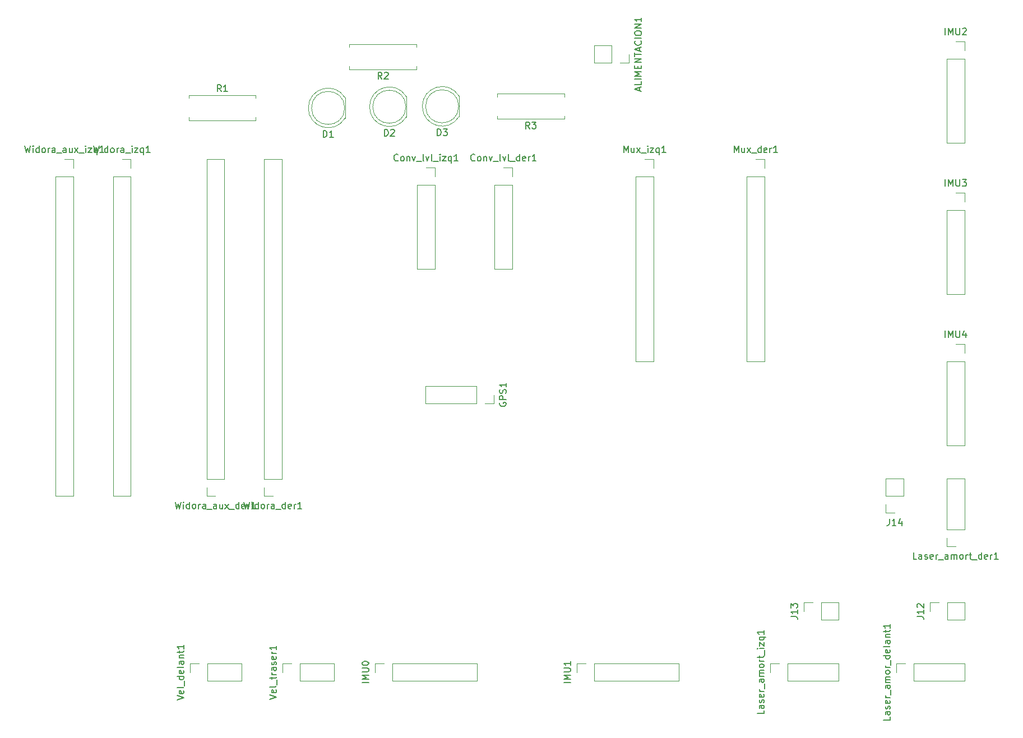
<source format=gbr>
%TF.GenerationSoftware,KiCad,Pcbnew,(5.1.9)-1*%
%TF.CreationDate,2021-08-06T10:22:58-05:00*%
%TF.ProjectId,prototipo_2,70726f74-6f74-4697-906f-5f322e6b6963,rev?*%
%TF.SameCoordinates,Original*%
%TF.FileFunction,Legend,Top*%
%TF.FilePolarity,Positive*%
%FSLAX46Y46*%
G04 Gerber Fmt 4.6, Leading zero omitted, Abs format (unit mm)*
G04 Created by KiCad (PCBNEW (5.1.9)-1) date 2021-08-06 10:22:58*
%MOMM*%
%LPD*%
G01*
G04 APERTURE LIST*
%ADD10C,0.120000*%
%ADD11C,0.150000*%
G04 APERTURE END LIST*
D10*
%TO.C,IMU0*%
X124400000Y-146050000D02*
X124400000Y-144720000D01*
X124400000Y-144720000D02*
X125730000Y-144720000D01*
X127000000Y-144720000D02*
X139760000Y-144720000D01*
X139760000Y-147380000D02*
X139760000Y-144720000D01*
X127000000Y-147380000D02*
X139760000Y-147380000D01*
X127000000Y-147380000D02*
X127000000Y-144720000D01*
%TO.C,Mux_izq1*%
X165100000Y-68520000D02*
X166430000Y-68520000D01*
X166430000Y-68520000D02*
X166430000Y-69850000D01*
X166430000Y-71120000D02*
X166430000Y-99120000D01*
X163770000Y-99120000D02*
X166430000Y-99120000D01*
X163770000Y-71120000D02*
X163770000Y-99120000D01*
X163770000Y-71120000D02*
X166430000Y-71120000D01*
%TO.C,ALIMENTACION1*%
X162721600Y-52666900D02*
X162721600Y-53996900D01*
X162721600Y-53996900D02*
X161391600Y-53996900D01*
X160121600Y-53996900D02*
X157521600Y-53996900D01*
X157521600Y-51336900D02*
X157521600Y-53996900D01*
X160121600Y-51336900D02*
X157521600Y-51336900D01*
X160121600Y-51336900D02*
X160121600Y-53996900D01*
%TO.C,Widora_izq1*%
X86160000Y-68520000D02*
X87490000Y-68520000D01*
X87490000Y-68520000D02*
X87490000Y-69850000D01*
X87490000Y-71120000D02*
X87490000Y-119440000D01*
X84830000Y-119440000D02*
X87490000Y-119440000D01*
X84830000Y-71120000D02*
X84830000Y-119440000D01*
X84830000Y-71120000D02*
X87490000Y-71120000D01*
%TO.C,Widora_der1*%
X108970000Y-119440000D02*
X107640000Y-119440000D01*
X107640000Y-119440000D02*
X107640000Y-118110000D01*
X107640000Y-116840000D02*
X107640000Y-68520000D01*
X110300000Y-68520000D02*
X107640000Y-68520000D01*
X110300000Y-116840000D02*
X110300000Y-68520000D01*
X110300000Y-116840000D02*
X107640000Y-116840000D01*
%TO.C,Widora_aux_izq1*%
X77470000Y-68520000D02*
X78800000Y-68520000D01*
X78800000Y-68520000D02*
X78800000Y-69850000D01*
X78800000Y-71120000D02*
X78800000Y-119440000D01*
X76140000Y-119440000D02*
X78800000Y-119440000D01*
X76140000Y-71120000D02*
X76140000Y-119440000D01*
X76140000Y-71120000D02*
X78800000Y-71120000D01*
%TO.C,Widora_aux_der1*%
X100280000Y-119440000D02*
X98950000Y-119440000D01*
X98950000Y-119440000D02*
X98950000Y-118110000D01*
X98950000Y-116840000D02*
X98950000Y-68520000D01*
X101610000Y-68520000D02*
X98950000Y-68520000D01*
X101610000Y-116840000D02*
X101610000Y-68520000D01*
X101610000Y-116840000D02*
X98950000Y-116840000D01*
%TO.C,Vel_traser1*%
X110430000Y-146050000D02*
X110430000Y-144720000D01*
X110430000Y-144720000D02*
X111760000Y-144720000D01*
X113030000Y-144720000D02*
X118170000Y-144720000D01*
X118170000Y-147380000D02*
X118170000Y-144720000D01*
X113030000Y-147380000D02*
X118170000Y-147380000D01*
X113030000Y-147380000D02*
X113030000Y-144720000D01*
%TO.C,Vel_delant1*%
X96460000Y-146050000D02*
X96460000Y-144720000D01*
X96460000Y-144720000D02*
X97790000Y-144720000D01*
X99060000Y-144720000D02*
X104200000Y-144720000D01*
X104200000Y-147380000D02*
X104200000Y-144720000D01*
X99060000Y-147380000D02*
X104200000Y-147380000D01*
X99060000Y-147380000D02*
X99060000Y-144720000D01*
%TO.C,R3*%
X142846900Y-58633600D02*
X142846900Y-59113600D01*
X152986900Y-58633600D02*
X142846900Y-58633600D01*
X152986900Y-59113600D02*
X152986900Y-58633600D01*
X142846900Y-62473600D02*
X142846900Y-61993600D01*
X152986900Y-62473600D02*
X142846900Y-62473600D01*
X152986900Y-61993600D02*
X152986900Y-62473600D01*
%TO.C,R2*%
X120520300Y-51140600D02*
X120520300Y-51620600D01*
X130660300Y-51140600D02*
X120520300Y-51140600D01*
X130660300Y-51620600D02*
X130660300Y-51140600D01*
X120520300Y-54980600D02*
X120520300Y-54500600D01*
X130660300Y-54980600D02*
X120520300Y-54980600D01*
X130660300Y-54500600D02*
X130660300Y-54980600D01*
%TO.C,R1*%
X106377900Y-62702200D02*
X106377900Y-62222200D01*
X96237900Y-62702200D02*
X106377900Y-62702200D01*
X96237900Y-62222200D02*
X96237900Y-62702200D01*
X106377900Y-58862200D02*
X106377900Y-59342200D01*
X96237900Y-58862200D02*
X106377900Y-58862200D01*
X96237900Y-59342200D02*
X96237900Y-58862200D01*
%TO.C,Mux_der1*%
X181880000Y-68520000D02*
X183210000Y-68520000D01*
X183210000Y-68520000D02*
X183210000Y-69850000D01*
X183210000Y-71120000D02*
X183210000Y-99120000D01*
X180550000Y-99120000D02*
X183210000Y-99120000D01*
X180550000Y-71120000D02*
X180550000Y-99120000D01*
X180550000Y-71120000D02*
X183210000Y-71120000D01*
%TO.C,Laser_amort_izq1*%
X184090000Y-146050000D02*
X184090000Y-144720000D01*
X184090000Y-144720000D02*
X185420000Y-144720000D01*
X186690000Y-144720000D02*
X194370000Y-144720000D01*
X194370000Y-147380000D02*
X194370000Y-144720000D01*
X186690000Y-147380000D02*
X194370000Y-147380000D01*
X186690000Y-147380000D02*
X186690000Y-144720000D01*
%TO.C,Laser_amort_der1*%
X212090000Y-127060000D02*
X210760000Y-127060000D01*
X210760000Y-127060000D02*
X210760000Y-125730000D01*
X210760000Y-124460000D02*
X210760000Y-116780000D01*
X213420000Y-116780000D02*
X210760000Y-116780000D01*
X213420000Y-124460000D02*
X213420000Y-116780000D01*
X213420000Y-124460000D02*
X210760000Y-124460000D01*
%TO.C,Laser_amor_delant1*%
X203140000Y-146050000D02*
X203140000Y-144720000D01*
X203140000Y-144720000D02*
X204470000Y-144720000D01*
X205740000Y-144720000D02*
X213420000Y-144720000D01*
X213420000Y-147380000D02*
X213420000Y-144720000D01*
X205740000Y-147380000D02*
X213420000Y-147380000D01*
X205740000Y-147380000D02*
X205740000Y-144720000D01*
%TO.C,J14*%
X202880000Y-121980000D02*
X201550000Y-121980000D01*
X201550000Y-121980000D02*
X201550000Y-120650000D01*
X201550000Y-119380000D02*
X201550000Y-116780000D01*
X204210000Y-116780000D02*
X201550000Y-116780000D01*
X204210000Y-119380000D02*
X204210000Y-116780000D01*
X204210000Y-119380000D02*
X201550000Y-119380000D01*
%TO.C,J13*%
X189170000Y-136840000D02*
X189170000Y-135510000D01*
X189170000Y-135510000D02*
X190500000Y-135510000D01*
X191770000Y-135510000D02*
X194370000Y-135510000D01*
X194370000Y-138170000D02*
X194370000Y-135510000D01*
X191770000Y-138170000D02*
X194370000Y-138170000D01*
X191770000Y-138170000D02*
X191770000Y-135510000D01*
%TO.C,J12*%
X208220000Y-136840000D02*
X208220000Y-135510000D01*
X208220000Y-135510000D02*
X209550000Y-135510000D01*
X210820000Y-135510000D02*
X213420000Y-135510000D01*
X213420000Y-138170000D02*
X213420000Y-135510000D01*
X210820000Y-138170000D02*
X213420000Y-138170000D01*
X210820000Y-138170000D02*
X210820000Y-135510000D01*
%TO.C,IMU4*%
X212090000Y-96460000D02*
X213420000Y-96460000D01*
X213420000Y-96460000D02*
X213420000Y-97790000D01*
X213420000Y-99060000D02*
X213420000Y-111820000D01*
X210760000Y-111820000D02*
X213420000Y-111820000D01*
X210760000Y-99060000D02*
X210760000Y-111820000D01*
X210760000Y-99060000D02*
X213420000Y-99060000D01*
%TO.C,IMU3*%
X212090000Y-73600000D02*
X213420000Y-73600000D01*
X213420000Y-73600000D02*
X213420000Y-74930000D01*
X213420000Y-76200000D02*
X213420000Y-88960000D01*
X210760000Y-88960000D02*
X213420000Y-88960000D01*
X210760000Y-76200000D02*
X210760000Y-88960000D01*
X210760000Y-76200000D02*
X213420000Y-76200000D01*
%TO.C,IMU2*%
X212090000Y-50740000D02*
X213420000Y-50740000D01*
X213420000Y-50740000D02*
X213420000Y-52070000D01*
X213420000Y-53340000D02*
X213420000Y-66100000D01*
X210760000Y-66100000D02*
X213420000Y-66100000D01*
X210760000Y-53340000D02*
X210760000Y-66100000D01*
X210760000Y-53340000D02*
X213420000Y-53340000D01*
%TO.C,IMU1*%
X154880000Y-146050000D02*
X154880000Y-144720000D01*
X154880000Y-144720000D02*
X156210000Y-144720000D01*
X157480000Y-144720000D02*
X170240000Y-144720000D01*
X170240000Y-147380000D02*
X170240000Y-144720000D01*
X157480000Y-147380000D02*
X170240000Y-147380000D01*
X157480000Y-147380000D02*
X157480000Y-144720000D01*
%TO.C,GPS1*%
X139700000Y-102810000D02*
X139700000Y-105470000D01*
X139700000Y-102810000D02*
X132020000Y-102810000D01*
X132020000Y-102810000D02*
X132020000Y-105470000D01*
X139700000Y-105470000D02*
X132020000Y-105470000D01*
X142300000Y-105470000D02*
X140970000Y-105470000D01*
X142300000Y-104140000D02*
X142300000Y-105470000D01*
%TO.C,D3*%
X137078400Y-62098600D02*
X137078400Y-59008600D01*
X137018400Y-60553600D02*
G75*
G03*
X137018400Y-60553600I-2500000J0D01*
G01*
X131528400Y-60554062D02*
G75*
G02*
X137078400Y-59008770I2990000J462D01*
G01*
X131528400Y-60553138D02*
G75*
G03*
X137078400Y-62098430I2990000J-462D01*
G01*
%TO.C,D2*%
X129102800Y-62162100D02*
X129102800Y-59072100D01*
X129042800Y-60617100D02*
G75*
G03*
X129042800Y-60617100I-2500000J0D01*
G01*
X123552800Y-60617562D02*
G75*
G02*
X129102800Y-59072270I2990000J462D01*
G01*
X123552800Y-60616638D02*
G75*
G03*
X129102800Y-62161930I2990000J-462D01*
G01*
%TO.C,D1*%
X119857200Y-62339900D02*
X119857200Y-59249900D01*
X119797200Y-60794900D02*
G75*
G03*
X119797200Y-60794900I-2500000J0D01*
G01*
X114307200Y-60795362D02*
G75*
G02*
X119857200Y-59250070I2990000J462D01*
G01*
X114307200Y-60794438D02*
G75*
G03*
X119857200Y-62339730I2990000J-462D01*
G01*
%TO.C,Conv_lvl_izq1*%
X132080000Y-69790000D02*
X133410000Y-69790000D01*
X133410000Y-69790000D02*
X133410000Y-71120000D01*
X133410000Y-72390000D02*
X133410000Y-85150000D01*
X130750000Y-85150000D02*
X133410000Y-85150000D01*
X130750000Y-72390000D02*
X130750000Y-85150000D01*
X130750000Y-72390000D02*
X133410000Y-72390000D01*
%TO.C,Conv_lvl_der1*%
X143780000Y-69790000D02*
X145110000Y-69790000D01*
X145110000Y-69790000D02*
X145110000Y-71120000D01*
X145110000Y-72390000D02*
X145110000Y-85150000D01*
X142450000Y-85150000D02*
X145110000Y-85150000D01*
X142450000Y-72390000D02*
X142450000Y-85150000D01*
X142450000Y-72390000D02*
X145110000Y-72390000D01*
%TO.C,IMU0*%
D11*
X123412380Y-147621428D02*
X122412380Y-147621428D01*
X123412380Y-147145238D02*
X122412380Y-147145238D01*
X123126666Y-146811904D01*
X122412380Y-146478571D01*
X123412380Y-146478571D01*
X122412380Y-146002380D02*
X123221904Y-146002380D01*
X123317142Y-145954761D01*
X123364761Y-145907142D01*
X123412380Y-145811904D01*
X123412380Y-145621428D01*
X123364761Y-145526190D01*
X123317142Y-145478571D01*
X123221904Y-145430952D01*
X122412380Y-145430952D01*
X122412380Y-144764285D02*
X122412380Y-144669047D01*
X122460000Y-144573809D01*
X122507619Y-144526190D01*
X122602857Y-144478571D01*
X122793333Y-144430952D01*
X123031428Y-144430952D01*
X123221904Y-144478571D01*
X123317142Y-144526190D01*
X123364761Y-144573809D01*
X123412380Y-144669047D01*
X123412380Y-144764285D01*
X123364761Y-144859523D01*
X123317142Y-144907142D01*
X123221904Y-144954761D01*
X123031428Y-145002380D01*
X122793333Y-145002380D01*
X122602857Y-144954761D01*
X122507619Y-144907142D01*
X122460000Y-144859523D01*
X122412380Y-144764285D01*
%TO.C,Mux_izq1*%
X161957142Y-67532380D02*
X161957142Y-66532380D01*
X162290476Y-67246666D01*
X162623809Y-66532380D01*
X162623809Y-67532380D01*
X163528571Y-66865714D02*
X163528571Y-67532380D01*
X163100000Y-66865714D02*
X163100000Y-67389523D01*
X163147619Y-67484761D01*
X163242857Y-67532380D01*
X163385714Y-67532380D01*
X163480952Y-67484761D01*
X163528571Y-67437142D01*
X163909523Y-67532380D02*
X164433333Y-66865714D01*
X163909523Y-66865714D02*
X164433333Y-67532380D01*
X164576190Y-67627619D02*
X165338095Y-67627619D01*
X165576190Y-67532380D02*
X165576190Y-66865714D01*
X165576190Y-66532380D02*
X165528571Y-66580000D01*
X165576190Y-66627619D01*
X165623809Y-66580000D01*
X165576190Y-66532380D01*
X165576190Y-66627619D01*
X165957142Y-66865714D02*
X166480952Y-66865714D01*
X165957142Y-67532380D01*
X166480952Y-67532380D01*
X167290476Y-66865714D02*
X167290476Y-67865714D01*
X167290476Y-67484761D02*
X167195238Y-67532380D01*
X167004761Y-67532380D01*
X166909523Y-67484761D01*
X166861904Y-67437142D01*
X166814285Y-67341904D01*
X166814285Y-67056190D01*
X166861904Y-66960952D01*
X166909523Y-66913333D01*
X167004761Y-66865714D01*
X167195238Y-66865714D01*
X167290476Y-66913333D01*
X168290476Y-67532380D02*
X167719047Y-67532380D01*
X168004761Y-67532380D02*
X168004761Y-66532380D01*
X167909523Y-66675238D01*
X167814285Y-66770476D01*
X167719047Y-66818095D01*
%TO.C,ALIMENTACION1*%
X164328266Y-58166900D02*
X164328266Y-57690709D01*
X164613980Y-58262138D02*
X163613980Y-57928804D01*
X164613980Y-57595471D01*
X164613980Y-56785947D02*
X164613980Y-57262138D01*
X163613980Y-57262138D01*
X164613980Y-56452614D02*
X163613980Y-56452614D01*
X164613980Y-55976423D02*
X163613980Y-55976423D01*
X164328266Y-55643090D01*
X163613980Y-55309757D01*
X164613980Y-55309757D01*
X164090171Y-54833566D02*
X164090171Y-54500233D01*
X164613980Y-54357376D02*
X164613980Y-54833566D01*
X163613980Y-54833566D01*
X163613980Y-54357376D01*
X164613980Y-53928804D02*
X163613980Y-53928804D01*
X164613980Y-53357376D01*
X163613980Y-53357376D01*
X163613980Y-53024042D02*
X163613980Y-52452614D01*
X164613980Y-52738328D02*
X163613980Y-52738328D01*
X164328266Y-52166900D02*
X164328266Y-51690709D01*
X164613980Y-52262138D02*
X163613980Y-51928804D01*
X164613980Y-51595471D01*
X164518742Y-50690709D02*
X164566361Y-50738328D01*
X164613980Y-50881185D01*
X164613980Y-50976423D01*
X164566361Y-51119280D01*
X164471123Y-51214519D01*
X164375885Y-51262138D01*
X164185409Y-51309757D01*
X164042552Y-51309757D01*
X163852076Y-51262138D01*
X163756838Y-51214519D01*
X163661600Y-51119280D01*
X163613980Y-50976423D01*
X163613980Y-50881185D01*
X163661600Y-50738328D01*
X163709219Y-50690709D01*
X164613980Y-50262138D02*
X163613980Y-50262138D01*
X163613980Y-49595471D02*
X163613980Y-49404995D01*
X163661600Y-49309757D01*
X163756838Y-49214519D01*
X163947314Y-49166900D01*
X164280647Y-49166900D01*
X164471123Y-49214519D01*
X164566361Y-49309757D01*
X164613980Y-49404995D01*
X164613980Y-49595471D01*
X164566361Y-49690709D01*
X164471123Y-49785947D01*
X164280647Y-49833566D01*
X163947314Y-49833566D01*
X163756838Y-49785947D01*
X163661600Y-49690709D01*
X163613980Y-49595471D01*
X164613980Y-48738328D02*
X163613980Y-48738328D01*
X164613980Y-48166900D01*
X163613980Y-48166900D01*
X164613980Y-47166900D02*
X164613980Y-47738328D01*
X164613980Y-47452614D02*
X163613980Y-47452614D01*
X163756838Y-47547852D01*
X163852076Y-47643090D01*
X163899695Y-47738328D01*
%TO.C,Widora_izq1*%
X81874285Y-66532380D02*
X82112380Y-67532380D01*
X82302857Y-66818095D01*
X82493333Y-67532380D01*
X82731428Y-66532380D01*
X83112380Y-67532380D02*
X83112380Y-66865714D01*
X83112380Y-66532380D02*
X83064761Y-66580000D01*
X83112380Y-66627619D01*
X83160000Y-66580000D01*
X83112380Y-66532380D01*
X83112380Y-66627619D01*
X84017142Y-67532380D02*
X84017142Y-66532380D01*
X84017142Y-67484761D02*
X83921904Y-67532380D01*
X83731428Y-67532380D01*
X83636190Y-67484761D01*
X83588571Y-67437142D01*
X83540952Y-67341904D01*
X83540952Y-67056190D01*
X83588571Y-66960952D01*
X83636190Y-66913333D01*
X83731428Y-66865714D01*
X83921904Y-66865714D01*
X84017142Y-66913333D01*
X84636190Y-67532380D02*
X84540952Y-67484761D01*
X84493333Y-67437142D01*
X84445714Y-67341904D01*
X84445714Y-67056190D01*
X84493333Y-66960952D01*
X84540952Y-66913333D01*
X84636190Y-66865714D01*
X84779047Y-66865714D01*
X84874285Y-66913333D01*
X84921904Y-66960952D01*
X84969523Y-67056190D01*
X84969523Y-67341904D01*
X84921904Y-67437142D01*
X84874285Y-67484761D01*
X84779047Y-67532380D01*
X84636190Y-67532380D01*
X85398095Y-67532380D02*
X85398095Y-66865714D01*
X85398095Y-67056190D02*
X85445714Y-66960952D01*
X85493333Y-66913333D01*
X85588571Y-66865714D01*
X85683809Y-66865714D01*
X86445714Y-67532380D02*
X86445714Y-67008571D01*
X86398095Y-66913333D01*
X86302857Y-66865714D01*
X86112380Y-66865714D01*
X86017142Y-66913333D01*
X86445714Y-67484761D02*
X86350476Y-67532380D01*
X86112380Y-67532380D01*
X86017142Y-67484761D01*
X85969523Y-67389523D01*
X85969523Y-67294285D01*
X86017142Y-67199047D01*
X86112380Y-67151428D01*
X86350476Y-67151428D01*
X86445714Y-67103809D01*
X86683809Y-67627619D02*
X87445714Y-67627619D01*
X87683809Y-67532380D02*
X87683809Y-66865714D01*
X87683809Y-66532380D02*
X87636190Y-66580000D01*
X87683809Y-66627619D01*
X87731428Y-66580000D01*
X87683809Y-66532380D01*
X87683809Y-66627619D01*
X88064761Y-66865714D02*
X88588571Y-66865714D01*
X88064761Y-67532380D01*
X88588571Y-67532380D01*
X89398095Y-66865714D02*
X89398095Y-67865714D01*
X89398095Y-67484761D02*
X89302857Y-67532380D01*
X89112380Y-67532380D01*
X89017142Y-67484761D01*
X88969523Y-67437142D01*
X88921904Y-67341904D01*
X88921904Y-67056190D01*
X88969523Y-66960952D01*
X89017142Y-66913333D01*
X89112380Y-66865714D01*
X89302857Y-66865714D01*
X89398095Y-66913333D01*
X90398095Y-67532380D02*
X89826666Y-67532380D01*
X90112380Y-67532380D02*
X90112380Y-66532380D01*
X90017142Y-66675238D01*
X89921904Y-66770476D01*
X89826666Y-66818095D01*
%TO.C,Widora_der1*%
X104589047Y-120332380D02*
X104827142Y-121332380D01*
X105017619Y-120618095D01*
X105208095Y-121332380D01*
X105446190Y-120332380D01*
X105827142Y-121332380D02*
X105827142Y-120665714D01*
X105827142Y-120332380D02*
X105779523Y-120380000D01*
X105827142Y-120427619D01*
X105874761Y-120380000D01*
X105827142Y-120332380D01*
X105827142Y-120427619D01*
X106731904Y-121332380D02*
X106731904Y-120332380D01*
X106731904Y-121284761D02*
X106636666Y-121332380D01*
X106446190Y-121332380D01*
X106350952Y-121284761D01*
X106303333Y-121237142D01*
X106255714Y-121141904D01*
X106255714Y-120856190D01*
X106303333Y-120760952D01*
X106350952Y-120713333D01*
X106446190Y-120665714D01*
X106636666Y-120665714D01*
X106731904Y-120713333D01*
X107350952Y-121332380D02*
X107255714Y-121284761D01*
X107208095Y-121237142D01*
X107160476Y-121141904D01*
X107160476Y-120856190D01*
X107208095Y-120760952D01*
X107255714Y-120713333D01*
X107350952Y-120665714D01*
X107493809Y-120665714D01*
X107589047Y-120713333D01*
X107636666Y-120760952D01*
X107684285Y-120856190D01*
X107684285Y-121141904D01*
X107636666Y-121237142D01*
X107589047Y-121284761D01*
X107493809Y-121332380D01*
X107350952Y-121332380D01*
X108112857Y-121332380D02*
X108112857Y-120665714D01*
X108112857Y-120856190D02*
X108160476Y-120760952D01*
X108208095Y-120713333D01*
X108303333Y-120665714D01*
X108398571Y-120665714D01*
X109160476Y-121332380D02*
X109160476Y-120808571D01*
X109112857Y-120713333D01*
X109017619Y-120665714D01*
X108827142Y-120665714D01*
X108731904Y-120713333D01*
X109160476Y-121284761D02*
X109065238Y-121332380D01*
X108827142Y-121332380D01*
X108731904Y-121284761D01*
X108684285Y-121189523D01*
X108684285Y-121094285D01*
X108731904Y-120999047D01*
X108827142Y-120951428D01*
X109065238Y-120951428D01*
X109160476Y-120903809D01*
X109398571Y-121427619D02*
X110160476Y-121427619D01*
X110827142Y-121332380D02*
X110827142Y-120332380D01*
X110827142Y-121284761D02*
X110731904Y-121332380D01*
X110541428Y-121332380D01*
X110446190Y-121284761D01*
X110398571Y-121237142D01*
X110350952Y-121141904D01*
X110350952Y-120856190D01*
X110398571Y-120760952D01*
X110446190Y-120713333D01*
X110541428Y-120665714D01*
X110731904Y-120665714D01*
X110827142Y-120713333D01*
X111684285Y-121284761D02*
X111589047Y-121332380D01*
X111398571Y-121332380D01*
X111303333Y-121284761D01*
X111255714Y-121189523D01*
X111255714Y-120808571D01*
X111303333Y-120713333D01*
X111398571Y-120665714D01*
X111589047Y-120665714D01*
X111684285Y-120713333D01*
X111731904Y-120808571D01*
X111731904Y-120903809D01*
X111255714Y-120999047D01*
X112160476Y-121332380D02*
X112160476Y-120665714D01*
X112160476Y-120856190D02*
X112208095Y-120760952D01*
X112255714Y-120713333D01*
X112350952Y-120665714D01*
X112446190Y-120665714D01*
X113303333Y-121332380D02*
X112731904Y-121332380D01*
X113017619Y-121332380D02*
X113017619Y-120332380D01*
X112922380Y-120475238D01*
X112827142Y-120570476D01*
X112731904Y-120618095D01*
%TO.C,Widora_aux_izq1*%
X71493809Y-66532380D02*
X71731904Y-67532380D01*
X71922380Y-66818095D01*
X72112857Y-67532380D01*
X72350952Y-66532380D01*
X72731904Y-67532380D02*
X72731904Y-66865714D01*
X72731904Y-66532380D02*
X72684285Y-66580000D01*
X72731904Y-66627619D01*
X72779523Y-66580000D01*
X72731904Y-66532380D01*
X72731904Y-66627619D01*
X73636666Y-67532380D02*
X73636666Y-66532380D01*
X73636666Y-67484761D02*
X73541428Y-67532380D01*
X73350952Y-67532380D01*
X73255714Y-67484761D01*
X73208095Y-67437142D01*
X73160476Y-67341904D01*
X73160476Y-67056190D01*
X73208095Y-66960952D01*
X73255714Y-66913333D01*
X73350952Y-66865714D01*
X73541428Y-66865714D01*
X73636666Y-66913333D01*
X74255714Y-67532380D02*
X74160476Y-67484761D01*
X74112857Y-67437142D01*
X74065238Y-67341904D01*
X74065238Y-67056190D01*
X74112857Y-66960952D01*
X74160476Y-66913333D01*
X74255714Y-66865714D01*
X74398571Y-66865714D01*
X74493809Y-66913333D01*
X74541428Y-66960952D01*
X74589047Y-67056190D01*
X74589047Y-67341904D01*
X74541428Y-67437142D01*
X74493809Y-67484761D01*
X74398571Y-67532380D01*
X74255714Y-67532380D01*
X75017619Y-67532380D02*
X75017619Y-66865714D01*
X75017619Y-67056190D02*
X75065238Y-66960952D01*
X75112857Y-66913333D01*
X75208095Y-66865714D01*
X75303333Y-66865714D01*
X76065238Y-67532380D02*
X76065238Y-67008571D01*
X76017619Y-66913333D01*
X75922380Y-66865714D01*
X75731904Y-66865714D01*
X75636666Y-66913333D01*
X76065238Y-67484761D02*
X75970000Y-67532380D01*
X75731904Y-67532380D01*
X75636666Y-67484761D01*
X75589047Y-67389523D01*
X75589047Y-67294285D01*
X75636666Y-67199047D01*
X75731904Y-67151428D01*
X75970000Y-67151428D01*
X76065238Y-67103809D01*
X76303333Y-67627619D02*
X77065238Y-67627619D01*
X77731904Y-67532380D02*
X77731904Y-67008571D01*
X77684285Y-66913333D01*
X77589047Y-66865714D01*
X77398571Y-66865714D01*
X77303333Y-66913333D01*
X77731904Y-67484761D02*
X77636666Y-67532380D01*
X77398571Y-67532380D01*
X77303333Y-67484761D01*
X77255714Y-67389523D01*
X77255714Y-67294285D01*
X77303333Y-67199047D01*
X77398571Y-67151428D01*
X77636666Y-67151428D01*
X77731904Y-67103809D01*
X78636666Y-66865714D02*
X78636666Y-67532380D01*
X78208095Y-66865714D02*
X78208095Y-67389523D01*
X78255714Y-67484761D01*
X78350952Y-67532380D01*
X78493809Y-67532380D01*
X78589047Y-67484761D01*
X78636666Y-67437142D01*
X79017619Y-67532380D02*
X79541428Y-66865714D01*
X79017619Y-66865714D02*
X79541428Y-67532380D01*
X79684285Y-67627619D02*
X80446190Y-67627619D01*
X80684285Y-67532380D02*
X80684285Y-66865714D01*
X80684285Y-66532380D02*
X80636666Y-66580000D01*
X80684285Y-66627619D01*
X80731904Y-66580000D01*
X80684285Y-66532380D01*
X80684285Y-66627619D01*
X81065238Y-66865714D02*
X81589047Y-66865714D01*
X81065238Y-67532380D01*
X81589047Y-67532380D01*
X82398571Y-66865714D02*
X82398571Y-67865714D01*
X82398571Y-67484761D02*
X82303333Y-67532380D01*
X82112857Y-67532380D01*
X82017619Y-67484761D01*
X81970000Y-67437142D01*
X81922380Y-67341904D01*
X81922380Y-67056190D01*
X81970000Y-66960952D01*
X82017619Y-66913333D01*
X82112857Y-66865714D01*
X82303333Y-66865714D01*
X82398571Y-66913333D01*
X83398571Y-67532380D02*
X82827142Y-67532380D01*
X83112857Y-67532380D02*
X83112857Y-66532380D01*
X83017619Y-66675238D01*
X82922380Y-66770476D01*
X82827142Y-66818095D01*
%TO.C,Widora_aux_der1*%
X94208571Y-120332380D02*
X94446666Y-121332380D01*
X94637142Y-120618095D01*
X94827619Y-121332380D01*
X95065714Y-120332380D01*
X95446666Y-121332380D02*
X95446666Y-120665714D01*
X95446666Y-120332380D02*
X95399047Y-120380000D01*
X95446666Y-120427619D01*
X95494285Y-120380000D01*
X95446666Y-120332380D01*
X95446666Y-120427619D01*
X96351428Y-121332380D02*
X96351428Y-120332380D01*
X96351428Y-121284761D02*
X96256190Y-121332380D01*
X96065714Y-121332380D01*
X95970476Y-121284761D01*
X95922857Y-121237142D01*
X95875238Y-121141904D01*
X95875238Y-120856190D01*
X95922857Y-120760952D01*
X95970476Y-120713333D01*
X96065714Y-120665714D01*
X96256190Y-120665714D01*
X96351428Y-120713333D01*
X96970476Y-121332380D02*
X96875238Y-121284761D01*
X96827619Y-121237142D01*
X96780000Y-121141904D01*
X96780000Y-120856190D01*
X96827619Y-120760952D01*
X96875238Y-120713333D01*
X96970476Y-120665714D01*
X97113333Y-120665714D01*
X97208571Y-120713333D01*
X97256190Y-120760952D01*
X97303809Y-120856190D01*
X97303809Y-121141904D01*
X97256190Y-121237142D01*
X97208571Y-121284761D01*
X97113333Y-121332380D01*
X96970476Y-121332380D01*
X97732380Y-121332380D02*
X97732380Y-120665714D01*
X97732380Y-120856190D02*
X97780000Y-120760952D01*
X97827619Y-120713333D01*
X97922857Y-120665714D01*
X98018095Y-120665714D01*
X98780000Y-121332380D02*
X98780000Y-120808571D01*
X98732380Y-120713333D01*
X98637142Y-120665714D01*
X98446666Y-120665714D01*
X98351428Y-120713333D01*
X98780000Y-121284761D02*
X98684761Y-121332380D01*
X98446666Y-121332380D01*
X98351428Y-121284761D01*
X98303809Y-121189523D01*
X98303809Y-121094285D01*
X98351428Y-120999047D01*
X98446666Y-120951428D01*
X98684761Y-120951428D01*
X98780000Y-120903809D01*
X99018095Y-121427619D02*
X99780000Y-121427619D01*
X100446666Y-121332380D02*
X100446666Y-120808571D01*
X100399047Y-120713333D01*
X100303809Y-120665714D01*
X100113333Y-120665714D01*
X100018095Y-120713333D01*
X100446666Y-121284761D02*
X100351428Y-121332380D01*
X100113333Y-121332380D01*
X100018095Y-121284761D01*
X99970476Y-121189523D01*
X99970476Y-121094285D01*
X100018095Y-120999047D01*
X100113333Y-120951428D01*
X100351428Y-120951428D01*
X100446666Y-120903809D01*
X101351428Y-120665714D02*
X101351428Y-121332380D01*
X100922857Y-120665714D02*
X100922857Y-121189523D01*
X100970476Y-121284761D01*
X101065714Y-121332380D01*
X101208571Y-121332380D01*
X101303809Y-121284761D01*
X101351428Y-121237142D01*
X101732380Y-121332380D02*
X102256190Y-120665714D01*
X101732380Y-120665714D02*
X102256190Y-121332380D01*
X102399047Y-121427619D02*
X103160952Y-121427619D01*
X103827619Y-121332380D02*
X103827619Y-120332380D01*
X103827619Y-121284761D02*
X103732380Y-121332380D01*
X103541904Y-121332380D01*
X103446666Y-121284761D01*
X103399047Y-121237142D01*
X103351428Y-121141904D01*
X103351428Y-120856190D01*
X103399047Y-120760952D01*
X103446666Y-120713333D01*
X103541904Y-120665714D01*
X103732380Y-120665714D01*
X103827619Y-120713333D01*
X104684761Y-121284761D02*
X104589523Y-121332380D01*
X104399047Y-121332380D01*
X104303809Y-121284761D01*
X104256190Y-121189523D01*
X104256190Y-120808571D01*
X104303809Y-120713333D01*
X104399047Y-120665714D01*
X104589523Y-120665714D01*
X104684761Y-120713333D01*
X104732380Y-120808571D01*
X104732380Y-120903809D01*
X104256190Y-120999047D01*
X105160952Y-121332380D02*
X105160952Y-120665714D01*
X105160952Y-120856190D02*
X105208571Y-120760952D01*
X105256190Y-120713333D01*
X105351428Y-120665714D01*
X105446666Y-120665714D01*
X106303809Y-121332380D02*
X105732380Y-121332380D01*
X106018095Y-121332380D02*
X106018095Y-120332380D01*
X105922857Y-120475238D01*
X105827619Y-120570476D01*
X105732380Y-120618095D01*
%TO.C,Vel_traser1*%
X108442380Y-150121428D02*
X109442380Y-149788095D01*
X108442380Y-149454761D01*
X109394761Y-148740476D02*
X109442380Y-148835714D01*
X109442380Y-149026190D01*
X109394761Y-149121428D01*
X109299523Y-149169047D01*
X108918571Y-149169047D01*
X108823333Y-149121428D01*
X108775714Y-149026190D01*
X108775714Y-148835714D01*
X108823333Y-148740476D01*
X108918571Y-148692857D01*
X109013809Y-148692857D01*
X109109047Y-149169047D01*
X109442380Y-148121428D02*
X109394761Y-148216666D01*
X109299523Y-148264285D01*
X108442380Y-148264285D01*
X109537619Y-147978571D02*
X109537619Y-147216666D01*
X108775714Y-147121428D02*
X108775714Y-146740476D01*
X108442380Y-146978571D02*
X109299523Y-146978571D01*
X109394761Y-146930952D01*
X109442380Y-146835714D01*
X109442380Y-146740476D01*
X109442380Y-146407142D02*
X108775714Y-146407142D01*
X108966190Y-146407142D02*
X108870952Y-146359523D01*
X108823333Y-146311904D01*
X108775714Y-146216666D01*
X108775714Y-146121428D01*
X109442380Y-145359523D02*
X108918571Y-145359523D01*
X108823333Y-145407142D01*
X108775714Y-145502380D01*
X108775714Y-145692857D01*
X108823333Y-145788095D01*
X109394761Y-145359523D02*
X109442380Y-145454761D01*
X109442380Y-145692857D01*
X109394761Y-145788095D01*
X109299523Y-145835714D01*
X109204285Y-145835714D01*
X109109047Y-145788095D01*
X109061428Y-145692857D01*
X109061428Y-145454761D01*
X109013809Y-145359523D01*
X109394761Y-144930952D02*
X109442380Y-144835714D01*
X109442380Y-144645238D01*
X109394761Y-144550000D01*
X109299523Y-144502380D01*
X109251904Y-144502380D01*
X109156666Y-144550000D01*
X109109047Y-144645238D01*
X109109047Y-144788095D01*
X109061428Y-144883333D01*
X108966190Y-144930952D01*
X108918571Y-144930952D01*
X108823333Y-144883333D01*
X108775714Y-144788095D01*
X108775714Y-144645238D01*
X108823333Y-144550000D01*
X109394761Y-143692857D02*
X109442380Y-143788095D01*
X109442380Y-143978571D01*
X109394761Y-144073809D01*
X109299523Y-144121428D01*
X108918571Y-144121428D01*
X108823333Y-144073809D01*
X108775714Y-143978571D01*
X108775714Y-143788095D01*
X108823333Y-143692857D01*
X108918571Y-143645238D01*
X109013809Y-143645238D01*
X109109047Y-144121428D01*
X109442380Y-143216666D02*
X108775714Y-143216666D01*
X108966190Y-143216666D02*
X108870952Y-143169047D01*
X108823333Y-143121428D01*
X108775714Y-143026190D01*
X108775714Y-142930952D01*
X109442380Y-142073809D02*
X109442380Y-142645238D01*
X109442380Y-142359523D02*
X108442380Y-142359523D01*
X108585238Y-142454761D01*
X108680476Y-142550000D01*
X108728095Y-142645238D01*
%TO.C,Vel_delant1*%
X94472380Y-150264285D02*
X95472380Y-149930952D01*
X94472380Y-149597619D01*
X95424761Y-148883333D02*
X95472380Y-148978571D01*
X95472380Y-149169047D01*
X95424761Y-149264285D01*
X95329523Y-149311904D01*
X94948571Y-149311904D01*
X94853333Y-149264285D01*
X94805714Y-149169047D01*
X94805714Y-148978571D01*
X94853333Y-148883333D01*
X94948571Y-148835714D01*
X95043809Y-148835714D01*
X95139047Y-149311904D01*
X95472380Y-148264285D02*
X95424761Y-148359523D01*
X95329523Y-148407142D01*
X94472380Y-148407142D01*
X95567619Y-148121428D02*
X95567619Y-147359523D01*
X95472380Y-146692857D02*
X94472380Y-146692857D01*
X95424761Y-146692857D02*
X95472380Y-146788095D01*
X95472380Y-146978571D01*
X95424761Y-147073809D01*
X95377142Y-147121428D01*
X95281904Y-147169047D01*
X94996190Y-147169047D01*
X94900952Y-147121428D01*
X94853333Y-147073809D01*
X94805714Y-146978571D01*
X94805714Y-146788095D01*
X94853333Y-146692857D01*
X95424761Y-145835714D02*
X95472380Y-145930952D01*
X95472380Y-146121428D01*
X95424761Y-146216666D01*
X95329523Y-146264285D01*
X94948571Y-146264285D01*
X94853333Y-146216666D01*
X94805714Y-146121428D01*
X94805714Y-145930952D01*
X94853333Y-145835714D01*
X94948571Y-145788095D01*
X95043809Y-145788095D01*
X95139047Y-146264285D01*
X95472380Y-145216666D02*
X95424761Y-145311904D01*
X95329523Y-145359523D01*
X94472380Y-145359523D01*
X95472380Y-144407142D02*
X94948571Y-144407142D01*
X94853333Y-144454761D01*
X94805714Y-144550000D01*
X94805714Y-144740476D01*
X94853333Y-144835714D01*
X95424761Y-144407142D02*
X95472380Y-144502380D01*
X95472380Y-144740476D01*
X95424761Y-144835714D01*
X95329523Y-144883333D01*
X95234285Y-144883333D01*
X95139047Y-144835714D01*
X95091428Y-144740476D01*
X95091428Y-144502380D01*
X95043809Y-144407142D01*
X94805714Y-143930952D02*
X95472380Y-143930952D01*
X94900952Y-143930952D02*
X94853333Y-143883333D01*
X94805714Y-143788095D01*
X94805714Y-143645238D01*
X94853333Y-143550000D01*
X94948571Y-143502380D01*
X95472380Y-143502380D01*
X94805714Y-143169047D02*
X94805714Y-142788095D01*
X94472380Y-143026190D02*
X95329523Y-143026190D01*
X95424761Y-142978571D01*
X95472380Y-142883333D01*
X95472380Y-142788095D01*
X95472380Y-141930952D02*
X95472380Y-142502380D01*
X95472380Y-142216666D02*
X94472380Y-142216666D01*
X94615238Y-142311904D01*
X94710476Y-142407142D01*
X94758095Y-142502380D01*
%TO.C,R3*%
X147750233Y-63925980D02*
X147416900Y-63449790D01*
X147178804Y-63925980D02*
X147178804Y-62925980D01*
X147559757Y-62925980D01*
X147654995Y-62973600D01*
X147702614Y-63021219D01*
X147750233Y-63116457D01*
X147750233Y-63259314D01*
X147702614Y-63354552D01*
X147654995Y-63402171D01*
X147559757Y-63449790D01*
X147178804Y-63449790D01*
X148083566Y-62925980D02*
X148702614Y-62925980D01*
X148369280Y-63306933D01*
X148512138Y-63306933D01*
X148607376Y-63354552D01*
X148654995Y-63402171D01*
X148702614Y-63497409D01*
X148702614Y-63735504D01*
X148654995Y-63830742D01*
X148607376Y-63878361D01*
X148512138Y-63925980D01*
X148226423Y-63925980D01*
X148131185Y-63878361D01*
X148083566Y-63830742D01*
%TO.C,R2*%
X125423633Y-56432980D02*
X125090300Y-55956790D01*
X124852204Y-56432980D02*
X124852204Y-55432980D01*
X125233157Y-55432980D01*
X125328395Y-55480600D01*
X125376014Y-55528219D01*
X125423633Y-55623457D01*
X125423633Y-55766314D01*
X125376014Y-55861552D01*
X125328395Y-55909171D01*
X125233157Y-55956790D01*
X124852204Y-55956790D01*
X125804585Y-55528219D02*
X125852204Y-55480600D01*
X125947442Y-55432980D01*
X126185538Y-55432980D01*
X126280776Y-55480600D01*
X126328395Y-55528219D01*
X126376014Y-55623457D01*
X126376014Y-55718695D01*
X126328395Y-55861552D01*
X125756966Y-56432980D01*
X126376014Y-56432980D01*
%TO.C,R1*%
X101141233Y-58314580D02*
X100807900Y-57838390D01*
X100569804Y-58314580D02*
X100569804Y-57314580D01*
X100950757Y-57314580D01*
X101045995Y-57362200D01*
X101093614Y-57409819D01*
X101141233Y-57505057D01*
X101141233Y-57647914D01*
X101093614Y-57743152D01*
X101045995Y-57790771D01*
X100950757Y-57838390D01*
X100569804Y-57838390D01*
X102093614Y-58314580D02*
X101522185Y-58314580D01*
X101807900Y-58314580D02*
X101807900Y-57314580D01*
X101712661Y-57457438D01*
X101617423Y-57552676D01*
X101522185Y-57600295D01*
%TO.C,Mux_der1*%
X178641904Y-67532380D02*
X178641904Y-66532380D01*
X178975238Y-67246666D01*
X179308571Y-66532380D01*
X179308571Y-67532380D01*
X180213333Y-66865714D02*
X180213333Y-67532380D01*
X179784761Y-66865714D02*
X179784761Y-67389523D01*
X179832380Y-67484761D01*
X179927619Y-67532380D01*
X180070476Y-67532380D01*
X180165714Y-67484761D01*
X180213333Y-67437142D01*
X180594285Y-67532380D02*
X181118095Y-66865714D01*
X180594285Y-66865714D02*
X181118095Y-67532380D01*
X181260952Y-67627619D02*
X182022857Y-67627619D01*
X182689523Y-67532380D02*
X182689523Y-66532380D01*
X182689523Y-67484761D02*
X182594285Y-67532380D01*
X182403809Y-67532380D01*
X182308571Y-67484761D01*
X182260952Y-67437142D01*
X182213333Y-67341904D01*
X182213333Y-67056190D01*
X182260952Y-66960952D01*
X182308571Y-66913333D01*
X182403809Y-66865714D01*
X182594285Y-66865714D01*
X182689523Y-66913333D01*
X183546666Y-67484761D02*
X183451428Y-67532380D01*
X183260952Y-67532380D01*
X183165714Y-67484761D01*
X183118095Y-67389523D01*
X183118095Y-67008571D01*
X183165714Y-66913333D01*
X183260952Y-66865714D01*
X183451428Y-66865714D01*
X183546666Y-66913333D01*
X183594285Y-67008571D01*
X183594285Y-67103809D01*
X183118095Y-67199047D01*
X184022857Y-67532380D02*
X184022857Y-66865714D01*
X184022857Y-67056190D02*
X184070476Y-66960952D01*
X184118095Y-66913333D01*
X184213333Y-66865714D01*
X184308571Y-66865714D01*
X185165714Y-67532380D02*
X184594285Y-67532380D01*
X184880000Y-67532380D02*
X184880000Y-66532380D01*
X184784761Y-66675238D01*
X184689523Y-66770476D01*
X184594285Y-66818095D01*
%TO.C,Laser_amort_izq1*%
X183102380Y-151835714D02*
X183102380Y-152311904D01*
X182102380Y-152311904D01*
X183102380Y-151073809D02*
X182578571Y-151073809D01*
X182483333Y-151121428D01*
X182435714Y-151216666D01*
X182435714Y-151407142D01*
X182483333Y-151502380D01*
X183054761Y-151073809D02*
X183102380Y-151169047D01*
X183102380Y-151407142D01*
X183054761Y-151502380D01*
X182959523Y-151550000D01*
X182864285Y-151550000D01*
X182769047Y-151502380D01*
X182721428Y-151407142D01*
X182721428Y-151169047D01*
X182673809Y-151073809D01*
X183054761Y-150645238D02*
X183102380Y-150550000D01*
X183102380Y-150359523D01*
X183054761Y-150264285D01*
X182959523Y-150216666D01*
X182911904Y-150216666D01*
X182816666Y-150264285D01*
X182769047Y-150359523D01*
X182769047Y-150502380D01*
X182721428Y-150597619D01*
X182626190Y-150645238D01*
X182578571Y-150645238D01*
X182483333Y-150597619D01*
X182435714Y-150502380D01*
X182435714Y-150359523D01*
X182483333Y-150264285D01*
X183054761Y-149407142D02*
X183102380Y-149502380D01*
X183102380Y-149692857D01*
X183054761Y-149788095D01*
X182959523Y-149835714D01*
X182578571Y-149835714D01*
X182483333Y-149788095D01*
X182435714Y-149692857D01*
X182435714Y-149502380D01*
X182483333Y-149407142D01*
X182578571Y-149359523D01*
X182673809Y-149359523D01*
X182769047Y-149835714D01*
X183102380Y-148930952D02*
X182435714Y-148930952D01*
X182626190Y-148930952D02*
X182530952Y-148883333D01*
X182483333Y-148835714D01*
X182435714Y-148740476D01*
X182435714Y-148645238D01*
X183197619Y-148550000D02*
X183197619Y-147788095D01*
X183102380Y-147121428D02*
X182578571Y-147121428D01*
X182483333Y-147169047D01*
X182435714Y-147264285D01*
X182435714Y-147454761D01*
X182483333Y-147550000D01*
X183054761Y-147121428D02*
X183102380Y-147216666D01*
X183102380Y-147454761D01*
X183054761Y-147550000D01*
X182959523Y-147597619D01*
X182864285Y-147597619D01*
X182769047Y-147550000D01*
X182721428Y-147454761D01*
X182721428Y-147216666D01*
X182673809Y-147121428D01*
X183102380Y-146645238D02*
X182435714Y-146645238D01*
X182530952Y-146645238D02*
X182483333Y-146597619D01*
X182435714Y-146502380D01*
X182435714Y-146359523D01*
X182483333Y-146264285D01*
X182578571Y-146216666D01*
X183102380Y-146216666D01*
X182578571Y-146216666D02*
X182483333Y-146169047D01*
X182435714Y-146073809D01*
X182435714Y-145930952D01*
X182483333Y-145835714D01*
X182578571Y-145788095D01*
X183102380Y-145788095D01*
X183102380Y-145169047D02*
X183054761Y-145264285D01*
X183007142Y-145311904D01*
X182911904Y-145359523D01*
X182626190Y-145359523D01*
X182530952Y-145311904D01*
X182483333Y-145264285D01*
X182435714Y-145169047D01*
X182435714Y-145026190D01*
X182483333Y-144930952D01*
X182530952Y-144883333D01*
X182626190Y-144835714D01*
X182911904Y-144835714D01*
X183007142Y-144883333D01*
X183054761Y-144930952D01*
X183102380Y-145026190D01*
X183102380Y-145169047D01*
X183102380Y-144407142D02*
X182435714Y-144407142D01*
X182626190Y-144407142D02*
X182530952Y-144359523D01*
X182483333Y-144311904D01*
X182435714Y-144216666D01*
X182435714Y-144121428D01*
X182435714Y-143930952D02*
X182435714Y-143550000D01*
X182102380Y-143788095D02*
X182959523Y-143788095D01*
X183054761Y-143740476D01*
X183102380Y-143645238D01*
X183102380Y-143550000D01*
X183197619Y-143454761D02*
X183197619Y-142692857D01*
X183102380Y-142454761D02*
X182435714Y-142454761D01*
X182102380Y-142454761D02*
X182150000Y-142502380D01*
X182197619Y-142454761D01*
X182150000Y-142407142D01*
X182102380Y-142454761D01*
X182197619Y-142454761D01*
X182435714Y-142073809D02*
X182435714Y-141550000D01*
X183102380Y-142073809D01*
X183102380Y-141550000D01*
X182435714Y-140740476D02*
X183435714Y-140740476D01*
X183054761Y-140740476D02*
X183102380Y-140835714D01*
X183102380Y-141026190D01*
X183054761Y-141121428D01*
X183007142Y-141169047D01*
X182911904Y-141216666D01*
X182626190Y-141216666D01*
X182530952Y-141169047D01*
X182483333Y-141121428D01*
X182435714Y-141026190D01*
X182435714Y-140835714D01*
X182483333Y-140740476D01*
X183102380Y-139740476D02*
X183102380Y-140311904D01*
X183102380Y-140026190D02*
X182102380Y-140026190D01*
X182245238Y-140121428D01*
X182340476Y-140216666D01*
X182388095Y-140311904D01*
%TO.C,Laser_amort_der1*%
X206209047Y-128952380D02*
X205732857Y-128952380D01*
X205732857Y-127952380D01*
X206970952Y-128952380D02*
X206970952Y-128428571D01*
X206923333Y-128333333D01*
X206828095Y-128285714D01*
X206637619Y-128285714D01*
X206542380Y-128333333D01*
X206970952Y-128904761D02*
X206875714Y-128952380D01*
X206637619Y-128952380D01*
X206542380Y-128904761D01*
X206494761Y-128809523D01*
X206494761Y-128714285D01*
X206542380Y-128619047D01*
X206637619Y-128571428D01*
X206875714Y-128571428D01*
X206970952Y-128523809D01*
X207399523Y-128904761D02*
X207494761Y-128952380D01*
X207685238Y-128952380D01*
X207780476Y-128904761D01*
X207828095Y-128809523D01*
X207828095Y-128761904D01*
X207780476Y-128666666D01*
X207685238Y-128619047D01*
X207542380Y-128619047D01*
X207447142Y-128571428D01*
X207399523Y-128476190D01*
X207399523Y-128428571D01*
X207447142Y-128333333D01*
X207542380Y-128285714D01*
X207685238Y-128285714D01*
X207780476Y-128333333D01*
X208637619Y-128904761D02*
X208542380Y-128952380D01*
X208351904Y-128952380D01*
X208256666Y-128904761D01*
X208209047Y-128809523D01*
X208209047Y-128428571D01*
X208256666Y-128333333D01*
X208351904Y-128285714D01*
X208542380Y-128285714D01*
X208637619Y-128333333D01*
X208685238Y-128428571D01*
X208685238Y-128523809D01*
X208209047Y-128619047D01*
X209113809Y-128952380D02*
X209113809Y-128285714D01*
X209113809Y-128476190D02*
X209161428Y-128380952D01*
X209209047Y-128333333D01*
X209304285Y-128285714D01*
X209399523Y-128285714D01*
X209494761Y-129047619D02*
X210256666Y-129047619D01*
X210923333Y-128952380D02*
X210923333Y-128428571D01*
X210875714Y-128333333D01*
X210780476Y-128285714D01*
X210590000Y-128285714D01*
X210494761Y-128333333D01*
X210923333Y-128904761D02*
X210828095Y-128952380D01*
X210590000Y-128952380D01*
X210494761Y-128904761D01*
X210447142Y-128809523D01*
X210447142Y-128714285D01*
X210494761Y-128619047D01*
X210590000Y-128571428D01*
X210828095Y-128571428D01*
X210923333Y-128523809D01*
X211399523Y-128952380D02*
X211399523Y-128285714D01*
X211399523Y-128380952D02*
X211447142Y-128333333D01*
X211542380Y-128285714D01*
X211685238Y-128285714D01*
X211780476Y-128333333D01*
X211828095Y-128428571D01*
X211828095Y-128952380D01*
X211828095Y-128428571D02*
X211875714Y-128333333D01*
X211970952Y-128285714D01*
X212113809Y-128285714D01*
X212209047Y-128333333D01*
X212256666Y-128428571D01*
X212256666Y-128952380D01*
X212875714Y-128952380D02*
X212780476Y-128904761D01*
X212732857Y-128857142D01*
X212685238Y-128761904D01*
X212685238Y-128476190D01*
X212732857Y-128380952D01*
X212780476Y-128333333D01*
X212875714Y-128285714D01*
X213018571Y-128285714D01*
X213113809Y-128333333D01*
X213161428Y-128380952D01*
X213209047Y-128476190D01*
X213209047Y-128761904D01*
X213161428Y-128857142D01*
X213113809Y-128904761D01*
X213018571Y-128952380D01*
X212875714Y-128952380D01*
X213637619Y-128952380D02*
X213637619Y-128285714D01*
X213637619Y-128476190D02*
X213685238Y-128380952D01*
X213732857Y-128333333D01*
X213828095Y-128285714D01*
X213923333Y-128285714D01*
X214113809Y-128285714D02*
X214494761Y-128285714D01*
X214256666Y-127952380D02*
X214256666Y-128809523D01*
X214304285Y-128904761D01*
X214399523Y-128952380D01*
X214494761Y-128952380D01*
X214590000Y-129047619D02*
X215351904Y-129047619D01*
X216018571Y-128952380D02*
X216018571Y-127952380D01*
X216018571Y-128904761D02*
X215923333Y-128952380D01*
X215732857Y-128952380D01*
X215637619Y-128904761D01*
X215590000Y-128857142D01*
X215542380Y-128761904D01*
X215542380Y-128476190D01*
X215590000Y-128380952D01*
X215637619Y-128333333D01*
X215732857Y-128285714D01*
X215923333Y-128285714D01*
X216018571Y-128333333D01*
X216875714Y-128904761D02*
X216780476Y-128952380D01*
X216590000Y-128952380D01*
X216494761Y-128904761D01*
X216447142Y-128809523D01*
X216447142Y-128428571D01*
X216494761Y-128333333D01*
X216590000Y-128285714D01*
X216780476Y-128285714D01*
X216875714Y-128333333D01*
X216923333Y-128428571D01*
X216923333Y-128523809D01*
X216447142Y-128619047D01*
X217351904Y-128952380D02*
X217351904Y-128285714D01*
X217351904Y-128476190D02*
X217399523Y-128380952D01*
X217447142Y-128333333D01*
X217542380Y-128285714D01*
X217637619Y-128285714D01*
X218494761Y-128952380D02*
X217923333Y-128952380D01*
X218209047Y-128952380D02*
X218209047Y-127952380D01*
X218113809Y-128095238D01*
X218018571Y-128190476D01*
X217923333Y-128238095D01*
%TO.C,Laser_amor_delant1*%
X202152380Y-152788095D02*
X202152380Y-153264285D01*
X201152380Y-153264285D01*
X202152380Y-152026190D02*
X201628571Y-152026190D01*
X201533333Y-152073809D01*
X201485714Y-152169047D01*
X201485714Y-152359523D01*
X201533333Y-152454761D01*
X202104761Y-152026190D02*
X202152380Y-152121428D01*
X202152380Y-152359523D01*
X202104761Y-152454761D01*
X202009523Y-152502380D01*
X201914285Y-152502380D01*
X201819047Y-152454761D01*
X201771428Y-152359523D01*
X201771428Y-152121428D01*
X201723809Y-152026190D01*
X202104761Y-151597619D02*
X202152380Y-151502380D01*
X202152380Y-151311904D01*
X202104761Y-151216666D01*
X202009523Y-151169047D01*
X201961904Y-151169047D01*
X201866666Y-151216666D01*
X201819047Y-151311904D01*
X201819047Y-151454761D01*
X201771428Y-151550000D01*
X201676190Y-151597619D01*
X201628571Y-151597619D01*
X201533333Y-151550000D01*
X201485714Y-151454761D01*
X201485714Y-151311904D01*
X201533333Y-151216666D01*
X202104761Y-150359523D02*
X202152380Y-150454761D01*
X202152380Y-150645238D01*
X202104761Y-150740476D01*
X202009523Y-150788095D01*
X201628571Y-150788095D01*
X201533333Y-150740476D01*
X201485714Y-150645238D01*
X201485714Y-150454761D01*
X201533333Y-150359523D01*
X201628571Y-150311904D01*
X201723809Y-150311904D01*
X201819047Y-150788095D01*
X202152380Y-149883333D02*
X201485714Y-149883333D01*
X201676190Y-149883333D02*
X201580952Y-149835714D01*
X201533333Y-149788095D01*
X201485714Y-149692857D01*
X201485714Y-149597619D01*
X202247619Y-149502380D02*
X202247619Y-148740476D01*
X202152380Y-148073809D02*
X201628571Y-148073809D01*
X201533333Y-148121428D01*
X201485714Y-148216666D01*
X201485714Y-148407142D01*
X201533333Y-148502380D01*
X202104761Y-148073809D02*
X202152380Y-148169047D01*
X202152380Y-148407142D01*
X202104761Y-148502380D01*
X202009523Y-148550000D01*
X201914285Y-148550000D01*
X201819047Y-148502380D01*
X201771428Y-148407142D01*
X201771428Y-148169047D01*
X201723809Y-148073809D01*
X202152380Y-147597619D02*
X201485714Y-147597619D01*
X201580952Y-147597619D02*
X201533333Y-147550000D01*
X201485714Y-147454761D01*
X201485714Y-147311904D01*
X201533333Y-147216666D01*
X201628571Y-147169047D01*
X202152380Y-147169047D01*
X201628571Y-147169047D02*
X201533333Y-147121428D01*
X201485714Y-147026190D01*
X201485714Y-146883333D01*
X201533333Y-146788095D01*
X201628571Y-146740476D01*
X202152380Y-146740476D01*
X202152380Y-146121428D02*
X202104761Y-146216666D01*
X202057142Y-146264285D01*
X201961904Y-146311904D01*
X201676190Y-146311904D01*
X201580952Y-146264285D01*
X201533333Y-146216666D01*
X201485714Y-146121428D01*
X201485714Y-145978571D01*
X201533333Y-145883333D01*
X201580952Y-145835714D01*
X201676190Y-145788095D01*
X201961904Y-145788095D01*
X202057142Y-145835714D01*
X202104761Y-145883333D01*
X202152380Y-145978571D01*
X202152380Y-146121428D01*
X202152380Y-145359523D02*
X201485714Y-145359523D01*
X201676190Y-145359523D02*
X201580952Y-145311904D01*
X201533333Y-145264285D01*
X201485714Y-145169047D01*
X201485714Y-145073809D01*
X202247619Y-144978571D02*
X202247619Y-144216666D01*
X202152380Y-143550000D02*
X201152380Y-143550000D01*
X202104761Y-143550000D02*
X202152380Y-143645238D01*
X202152380Y-143835714D01*
X202104761Y-143930952D01*
X202057142Y-143978571D01*
X201961904Y-144026190D01*
X201676190Y-144026190D01*
X201580952Y-143978571D01*
X201533333Y-143930952D01*
X201485714Y-143835714D01*
X201485714Y-143645238D01*
X201533333Y-143550000D01*
X202104761Y-142692857D02*
X202152380Y-142788095D01*
X202152380Y-142978571D01*
X202104761Y-143073809D01*
X202009523Y-143121428D01*
X201628571Y-143121428D01*
X201533333Y-143073809D01*
X201485714Y-142978571D01*
X201485714Y-142788095D01*
X201533333Y-142692857D01*
X201628571Y-142645238D01*
X201723809Y-142645238D01*
X201819047Y-143121428D01*
X202152380Y-142073809D02*
X202104761Y-142169047D01*
X202009523Y-142216666D01*
X201152380Y-142216666D01*
X202152380Y-141264285D02*
X201628571Y-141264285D01*
X201533333Y-141311904D01*
X201485714Y-141407142D01*
X201485714Y-141597619D01*
X201533333Y-141692857D01*
X202104761Y-141264285D02*
X202152380Y-141359523D01*
X202152380Y-141597619D01*
X202104761Y-141692857D01*
X202009523Y-141740476D01*
X201914285Y-141740476D01*
X201819047Y-141692857D01*
X201771428Y-141597619D01*
X201771428Y-141359523D01*
X201723809Y-141264285D01*
X201485714Y-140788095D02*
X202152380Y-140788095D01*
X201580952Y-140788095D02*
X201533333Y-140740476D01*
X201485714Y-140645238D01*
X201485714Y-140502380D01*
X201533333Y-140407142D01*
X201628571Y-140359523D01*
X202152380Y-140359523D01*
X201485714Y-140026190D02*
X201485714Y-139645238D01*
X201152380Y-139883333D02*
X202009523Y-139883333D01*
X202104761Y-139835714D01*
X202152380Y-139740476D01*
X202152380Y-139645238D01*
X202152380Y-138788095D02*
X202152380Y-139359523D01*
X202152380Y-139073809D02*
X201152380Y-139073809D01*
X201295238Y-139169047D01*
X201390476Y-139264285D01*
X201438095Y-139359523D01*
%TO.C,J14*%
X202070476Y-122872380D02*
X202070476Y-123586666D01*
X202022857Y-123729523D01*
X201927619Y-123824761D01*
X201784761Y-123872380D01*
X201689523Y-123872380D01*
X203070476Y-123872380D02*
X202499047Y-123872380D01*
X202784761Y-123872380D02*
X202784761Y-122872380D01*
X202689523Y-123015238D01*
X202594285Y-123110476D01*
X202499047Y-123158095D01*
X203927619Y-123205714D02*
X203927619Y-123872380D01*
X203689523Y-122824761D02*
X203451428Y-123539047D01*
X204070476Y-123539047D01*
%TO.C,J13*%
X187182380Y-137649523D02*
X187896666Y-137649523D01*
X188039523Y-137697142D01*
X188134761Y-137792380D01*
X188182380Y-137935238D01*
X188182380Y-138030476D01*
X188182380Y-136649523D02*
X188182380Y-137220952D01*
X188182380Y-136935238D02*
X187182380Y-136935238D01*
X187325238Y-137030476D01*
X187420476Y-137125714D01*
X187468095Y-137220952D01*
X187182380Y-136316190D02*
X187182380Y-135697142D01*
X187563333Y-136030476D01*
X187563333Y-135887619D01*
X187610952Y-135792380D01*
X187658571Y-135744761D01*
X187753809Y-135697142D01*
X187991904Y-135697142D01*
X188087142Y-135744761D01*
X188134761Y-135792380D01*
X188182380Y-135887619D01*
X188182380Y-136173333D01*
X188134761Y-136268571D01*
X188087142Y-136316190D01*
%TO.C,J12*%
X206232380Y-137649523D02*
X206946666Y-137649523D01*
X207089523Y-137697142D01*
X207184761Y-137792380D01*
X207232380Y-137935238D01*
X207232380Y-138030476D01*
X207232380Y-136649523D02*
X207232380Y-137220952D01*
X207232380Y-136935238D02*
X206232380Y-136935238D01*
X206375238Y-137030476D01*
X206470476Y-137125714D01*
X206518095Y-137220952D01*
X206327619Y-136268571D02*
X206280000Y-136220952D01*
X206232380Y-136125714D01*
X206232380Y-135887619D01*
X206280000Y-135792380D01*
X206327619Y-135744761D01*
X206422857Y-135697142D01*
X206518095Y-135697142D01*
X206660952Y-135744761D01*
X207232380Y-136316190D01*
X207232380Y-135697142D01*
%TO.C,IMU4*%
X210518571Y-95472380D02*
X210518571Y-94472380D01*
X210994761Y-95472380D02*
X210994761Y-94472380D01*
X211328095Y-95186666D01*
X211661428Y-94472380D01*
X211661428Y-95472380D01*
X212137619Y-94472380D02*
X212137619Y-95281904D01*
X212185238Y-95377142D01*
X212232857Y-95424761D01*
X212328095Y-95472380D01*
X212518571Y-95472380D01*
X212613809Y-95424761D01*
X212661428Y-95377142D01*
X212709047Y-95281904D01*
X212709047Y-94472380D01*
X213613809Y-94805714D02*
X213613809Y-95472380D01*
X213375714Y-94424761D02*
X213137619Y-95139047D01*
X213756666Y-95139047D01*
%TO.C,IMU3*%
X210518571Y-72612380D02*
X210518571Y-71612380D01*
X210994761Y-72612380D02*
X210994761Y-71612380D01*
X211328095Y-72326666D01*
X211661428Y-71612380D01*
X211661428Y-72612380D01*
X212137619Y-71612380D02*
X212137619Y-72421904D01*
X212185238Y-72517142D01*
X212232857Y-72564761D01*
X212328095Y-72612380D01*
X212518571Y-72612380D01*
X212613809Y-72564761D01*
X212661428Y-72517142D01*
X212709047Y-72421904D01*
X212709047Y-71612380D01*
X213090000Y-71612380D02*
X213709047Y-71612380D01*
X213375714Y-71993333D01*
X213518571Y-71993333D01*
X213613809Y-72040952D01*
X213661428Y-72088571D01*
X213709047Y-72183809D01*
X213709047Y-72421904D01*
X213661428Y-72517142D01*
X213613809Y-72564761D01*
X213518571Y-72612380D01*
X213232857Y-72612380D01*
X213137619Y-72564761D01*
X213090000Y-72517142D01*
%TO.C,IMU2*%
X210518571Y-49752380D02*
X210518571Y-48752380D01*
X210994761Y-49752380D02*
X210994761Y-48752380D01*
X211328095Y-49466666D01*
X211661428Y-48752380D01*
X211661428Y-49752380D01*
X212137619Y-48752380D02*
X212137619Y-49561904D01*
X212185238Y-49657142D01*
X212232857Y-49704761D01*
X212328095Y-49752380D01*
X212518571Y-49752380D01*
X212613809Y-49704761D01*
X212661428Y-49657142D01*
X212709047Y-49561904D01*
X212709047Y-48752380D01*
X213137619Y-48847619D02*
X213185238Y-48800000D01*
X213280476Y-48752380D01*
X213518571Y-48752380D01*
X213613809Y-48800000D01*
X213661428Y-48847619D01*
X213709047Y-48942857D01*
X213709047Y-49038095D01*
X213661428Y-49180952D01*
X213090000Y-49752380D01*
X213709047Y-49752380D01*
%TO.C,IMU1*%
X153892380Y-147621428D02*
X152892380Y-147621428D01*
X153892380Y-147145238D02*
X152892380Y-147145238D01*
X153606666Y-146811904D01*
X152892380Y-146478571D01*
X153892380Y-146478571D01*
X152892380Y-146002380D02*
X153701904Y-146002380D01*
X153797142Y-145954761D01*
X153844761Y-145907142D01*
X153892380Y-145811904D01*
X153892380Y-145621428D01*
X153844761Y-145526190D01*
X153797142Y-145478571D01*
X153701904Y-145430952D01*
X152892380Y-145430952D01*
X153892380Y-144430952D02*
X153892380Y-145002380D01*
X153892380Y-144716666D02*
X152892380Y-144716666D01*
X153035238Y-144811904D01*
X153130476Y-144907142D01*
X153178095Y-145002380D01*
%TO.C,GPS1*%
X143240000Y-105330476D02*
X143192380Y-105425714D01*
X143192380Y-105568571D01*
X143240000Y-105711428D01*
X143335238Y-105806666D01*
X143430476Y-105854285D01*
X143620952Y-105901904D01*
X143763809Y-105901904D01*
X143954285Y-105854285D01*
X144049523Y-105806666D01*
X144144761Y-105711428D01*
X144192380Y-105568571D01*
X144192380Y-105473333D01*
X144144761Y-105330476D01*
X144097142Y-105282857D01*
X143763809Y-105282857D01*
X143763809Y-105473333D01*
X144192380Y-104854285D02*
X143192380Y-104854285D01*
X143192380Y-104473333D01*
X143240000Y-104378095D01*
X143287619Y-104330476D01*
X143382857Y-104282857D01*
X143525714Y-104282857D01*
X143620952Y-104330476D01*
X143668571Y-104378095D01*
X143716190Y-104473333D01*
X143716190Y-104854285D01*
X144144761Y-103901904D02*
X144192380Y-103759047D01*
X144192380Y-103520952D01*
X144144761Y-103425714D01*
X144097142Y-103378095D01*
X144001904Y-103330476D01*
X143906666Y-103330476D01*
X143811428Y-103378095D01*
X143763809Y-103425714D01*
X143716190Y-103520952D01*
X143668571Y-103711428D01*
X143620952Y-103806666D01*
X143573333Y-103854285D01*
X143478095Y-103901904D01*
X143382857Y-103901904D01*
X143287619Y-103854285D01*
X143240000Y-103806666D01*
X143192380Y-103711428D01*
X143192380Y-103473333D01*
X143240000Y-103330476D01*
X144192380Y-102378095D02*
X144192380Y-102949523D01*
X144192380Y-102663809D02*
X143192380Y-102663809D01*
X143335238Y-102759047D01*
X143430476Y-102854285D01*
X143478095Y-102949523D01*
%TO.C,D3*%
X133780304Y-64965980D02*
X133780304Y-63965980D01*
X134018400Y-63965980D01*
X134161257Y-64013600D01*
X134256495Y-64108838D01*
X134304114Y-64204076D01*
X134351733Y-64394552D01*
X134351733Y-64537409D01*
X134304114Y-64727885D01*
X134256495Y-64823123D01*
X134161257Y-64918361D01*
X134018400Y-64965980D01*
X133780304Y-64965980D01*
X134685066Y-63965980D02*
X135304114Y-63965980D01*
X134970780Y-64346933D01*
X135113638Y-64346933D01*
X135208876Y-64394552D01*
X135256495Y-64442171D01*
X135304114Y-64537409D01*
X135304114Y-64775504D01*
X135256495Y-64870742D01*
X135208876Y-64918361D01*
X135113638Y-64965980D01*
X134827923Y-64965980D01*
X134732685Y-64918361D01*
X134685066Y-64870742D01*
%TO.C,D2*%
X125804704Y-65029480D02*
X125804704Y-64029480D01*
X126042800Y-64029480D01*
X126185657Y-64077100D01*
X126280895Y-64172338D01*
X126328514Y-64267576D01*
X126376133Y-64458052D01*
X126376133Y-64600909D01*
X126328514Y-64791385D01*
X126280895Y-64886623D01*
X126185657Y-64981861D01*
X126042800Y-65029480D01*
X125804704Y-65029480D01*
X126757085Y-64124719D02*
X126804704Y-64077100D01*
X126899942Y-64029480D01*
X127138038Y-64029480D01*
X127233276Y-64077100D01*
X127280895Y-64124719D01*
X127328514Y-64219957D01*
X127328514Y-64315195D01*
X127280895Y-64458052D01*
X126709466Y-65029480D01*
X127328514Y-65029480D01*
%TO.C,D1*%
X116559104Y-65207280D02*
X116559104Y-64207280D01*
X116797200Y-64207280D01*
X116940057Y-64254900D01*
X117035295Y-64350138D01*
X117082914Y-64445376D01*
X117130533Y-64635852D01*
X117130533Y-64778709D01*
X117082914Y-64969185D01*
X117035295Y-65064423D01*
X116940057Y-65159661D01*
X116797200Y-65207280D01*
X116559104Y-65207280D01*
X118082914Y-65207280D02*
X117511485Y-65207280D01*
X117797200Y-65207280D02*
X117797200Y-64207280D01*
X117701961Y-64350138D01*
X117606723Y-64445376D01*
X117511485Y-64492995D01*
%TO.C,Conv_lvl_izq1*%
X127865714Y-68707142D02*
X127818095Y-68754761D01*
X127675238Y-68802380D01*
X127580000Y-68802380D01*
X127437142Y-68754761D01*
X127341904Y-68659523D01*
X127294285Y-68564285D01*
X127246666Y-68373809D01*
X127246666Y-68230952D01*
X127294285Y-68040476D01*
X127341904Y-67945238D01*
X127437142Y-67850000D01*
X127580000Y-67802380D01*
X127675238Y-67802380D01*
X127818095Y-67850000D01*
X127865714Y-67897619D01*
X128437142Y-68802380D02*
X128341904Y-68754761D01*
X128294285Y-68707142D01*
X128246666Y-68611904D01*
X128246666Y-68326190D01*
X128294285Y-68230952D01*
X128341904Y-68183333D01*
X128437142Y-68135714D01*
X128580000Y-68135714D01*
X128675238Y-68183333D01*
X128722857Y-68230952D01*
X128770476Y-68326190D01*
X128770476Y-68611904D01*
X128722857Y-68707142D01*
X128675238Y-68754761D01*
X128580000Y-68802380D01*
X128437142Y-68802380D01*
X129199047Y-68135714D02*
X129199047Y-68802380D01*
X129199047Y-68230952D02*
X129246666Y-68183333D01*
X129341904Y-68135714D01*
X129484761Y-68135714D01*
X129580000Y-68183333D01*
X129627619Y-68278571D01*
X129627619Y-68802380D01*
X130008571Y-68135714D02*
X130246666Y-68802380D01*
X130484761Y-68135714D01*
X130627619Y-68897619D02*
X131389523Y-68897619D01*
X131770476Y-68802380D02*
X131675238Y-68754761D01*
X131627619Y-68659523D01*
X131627619Y-67802380D01*
X132056190Y-68135714D02*
X132294285Y-68802380D01*
X132532380Y-68135714D01*
X133056190Y-68802380D02*
X132960952Y-68754761D01*
X132913333Y-68659523D01*
X132913333Y-67802380D01*
X133199047Y-68897619D02*
X133960952Y-68897619D01*
X134199047Y-68802380D02*
X134199047Y-68135714D01*
X134199047Y-67802380D02*
X134151428Y-67850000D01*
X134199047Y-67897619D01*
X134246666Y-67850000D01*
X134199047Y-67802380D01*
X134199047Y-67897619D01*
X134580000Y-68135714D02*
X135103809Y-68135714D01*
X134580000Y-68802380D01*
X135103809Y-68802380D01*
X135913333Y-68135714D02*
X135913333Y-69135714D01*
X135913333Y-68754761D02*
X135818095Y-68802380D01*
X135627619Y-68802380D01*
X135532380Y-68754761D01*
X135484761Y-68707142D01*
X135437142Y-68611904D01*
X135437142Y-68326190D01*
X135484761Y-68230952D01*
X135532380Y-68183333D01*
X135627619Y-68135714D01*
X135818095Y-68135714D01*
X135913333Y-68183333D01*
X136913333Y-68802380D02*
X136341904Y-68802380D01*
X136627619Y-68802380D02*
X136627619Y-67802380D01*
X136532380Y-67945238D01*
X136437142Y-68040476D01*
X136341904Y-68088095D01*
%TO.C,Conv_lvl_der1*%
X139470476Y-68707142D02*
X139422857Y-68754761D01*
X139280000Y-68802380D01*
X139184761Y-68802380D01*
X139041904Y-68754761D01*
X138946666Y-68659523D01*
X138899047Y-68564285D01*
X138851428Y-68373809D01*
X138851428Y-68230952D01*
X138899047Y-68040476D01*
X138946666Y-67945238D01*
X139041904Y-67850000D01*
X139184761Y-67802380D01*
X139280000Y-67802380D01*
X139422857Y-67850000D01*
X139470476Y-67897619D01*
X140041904Y-68802380D02*
X139946666Y-68754761D01*
X139899047Y-68707142D01*
X139851428Y-68611904D01*
X139851428Y-68326190D01*
X139899047Y-68230952D01*
X139946666Y-68183333D01*
X140041904Y-68135714D01*
X140184761Y-68135714D01*
X140280000Y-68183333D01*
X140327619Y-68230952D01*
X140375238Y-68326190D01*
X140375238Y-68611904D01*
X140327619Y-68707142D01*
X140280000Y-68754761D01*
X140184761Y-68802380D01*
X140041904Y-68802380D01*
X140803809Y-68135714D02*
X140803809Y-68802380D01*
X140803809Y-68230952D02*
X140851428Y-68183333D01*
X140946666Y-68135714D01*
X141089523Y-68135714D01*
X141184761Y-68183333D01*
X141232380Y-68278571D01*
X141232380Y-68802380D01*
X141613333Y-68135714D02*
X141851428Y-68802380D01*
X142089523Y-68135714D01*
X142232380Y-68897619D02*
X142994285Y-68897619D01*
X143375238Y-68802380D02*
X143280000Y-68754761D01*
X143232380Y-68659523D01*
X143232380Y-67802380D01*
X143660952Y-68135714D02*
X143899047Y-68802380D01*
X144137142Y-68135714D01*
X144660952Y-68802380D02*
X144565714Y-68754761D01*
X144518095Y-68659523D01*
X144518095Y-67802380D01*
X144803809Y-68897619D02*
X145565714Y-68897619D01*
X146232380Y-68802380D02*
X146232380Y-67802380D01*
X146232380Y-68754761D02*
X146137142Y-68802380D01*
X145946666Y-68802380D01*
X145851428Y-68754761D01*
X145803809Y-68707142D01*
X145756190Y-68611904D01*
X145756190Y-68326190D01*
X145803809Y-68230952D01*
X145851428Y-68183333D01*
X145946666Y-68135714D01*
X146137142Y-68135714D01*
X146232380Y-68183333D01*
X147089523Y-68754761D02*
X146994285Y-68802380D01*
X146803809Y-68802380D01*
X146708571Y-68754761D01*
X146660952Y-68659523D01*
X146660952Y-68278571D01*
X146708571Y-68183333D01*
X146803809Y-68135714D01*
X146994285Y-68135714D01*
X147089523Y-68183333D01*
X147137142Y-68278571D01*
X147137142Y-68373809D01*
X146660952Y-68469047D01*
X147565714Y-68802380D02*
X147565714Y-68135714D01*
X147565714Y-68326190D02*
X147613333Y-68230952D01*
X147660952Y-68183333D01*
X147756190Y-68135714D01*
X147851428Y-68135714D01*
X148708571Y-68802380D02*
X148137142Y-68802380D01*
X148422857Y-68802380D02*
X148422857Y-67802380D01*
X148327619Y-67945238D01*
X148232380Y-68040476D01*
X148137142Y-68088095D01*
%TD*%
M02*

</source>
